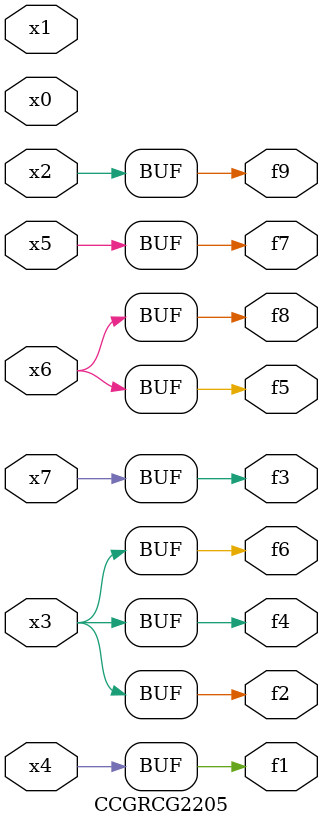
<source format=v>
module CCGRCG2205(
	input x0, x1, x2, x3, x4, x5, x6, x7,
	output f1, f2, f3, f4, f5, f6, f7, f8, f9
);
	assign f1 = x4;
	assign f2 = x3;
	assign f3 = x7;
	assign f4 = x3;
	assign f5 = x6;
	assign f6 = x3;
	assign f7 = x5;
	assign f8 = x6;
	assign f9 = x2;
endmodule

</source>
